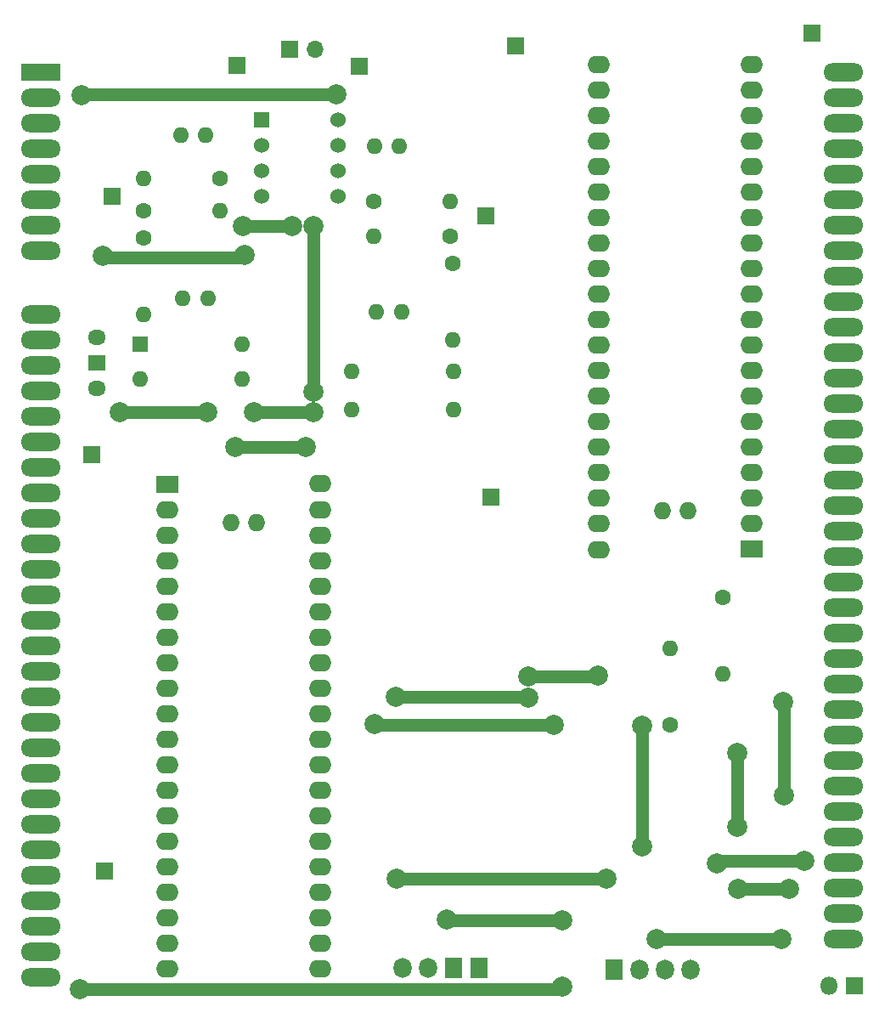
<source format=gbr>
%TF.GenerationSoftware,KiCad,Pcbnew,7.0.5-7.0.5~ubuntu20.04.1*%
%TF.CreationDate,2023-08-07T15:30:37-03:00*%
%TF.ProjectId,condicionamento_BIA_v02,636f6e64-6963-4696-9f6e-616d656e746f,v01*%
%TF.SameCoordinates,Original*%
%TF.FileFunction,Copper,L1,Top*%
%TF.FilePolarity,Positive*%
%FSLAX46Y46*%
G04 Gerber Fmt 4.6, Leading zero omitted, Abs format (unit mm)*
G04 Created by KiCad (PCBNEW 7.0.5-7.0.5~ubuntu20.04.1) date 2023-08-07 15:30:37*
%MOMM*%
%LPD*%
G01*
G04 APERTURE LIST*
%TA.AperFunction,ComponentPad*%
%ADD10R,1.800000X2.000000*%
%TD*%
%TA.AperFunction,ComponentPad*%
%ADD11O,1.800000X2.000000*%
%TD*%
%TA.AperFunction,ComponentPad*%
%ADD12R,1.700000X1.700000*%
%TD*%
%TA.AperFunction,ComponentPad*%
%ADD13O,1.600000X1.600000*%
%TD*%
%TA.AperFunction,ComponentPad*%
%ADD14C,1.600000*%
%TD*%
%TA.AperFunction,ComponentPad*%
%ADD15O,4.000000X1.800000*%
%TD*%
%TA.AperFunction,ComponentPad*%
%ADD16R,2.250000X1.727200*%
%TD*%
%TA.AperFunction,ComponentPad*%
%ADD17O,2.250000X1.727200*%
%TD*%
%TA.AperFunction,ComponentPad*%
%ADD18O,1.727200X1.727200*%
%TD*%
%TA.AperFunction,ComponentPad*%
%ADD19R,1.800000X1.800000*%
%TD*%
%TA.AperFunction,ComponentPad*%
%ADD20O,1.800000X1.800000*%
%TD*%
%TA.AperFunction,ComponentPad*%
%ADD21R,1.600000X1.600000*%
%TD*%
%TA.AperFunction,ComponentPad*%
%ADD22O,1.700000X1.700000*%
%TD*%
%TA.AperFunction,ComponentPad*%
%ADD23R,4.000000X1.800000*%
%TD*%
%TA.AperFunction,ComponentPad*%
%ADD24R,1.524000X1.524000*%
%TD*%
%TA.AperFunction,ComponentPad*%
%ADD25C,1.524000*%
%TD*%
%TA.AperFunction,ComponentPad*%
%ADD26O,1.800000X1.500000*%
%TD*%
%TA.AperFunction,ComponentPad*%
%ADD27R,1.800000X1.500000*%
%TD*%
%TA.AperFunction,ViaPad*%
%ADD28C,2.000000*%
%TD*%
%TA.AperFunction,Conductor*%
%ADD29C,1.270000*%
%TD*%
G04 APERTURE END LIST*
D10*
%TO.P,OLED,1,GND*%
%TO.N,Earth*%
X163780000Y-146600000D03*
D11*
%TO.P,OLED,2,VCC*%
%TO.N,+5V*%
X166320000Y-146600000D03*
%TO.P,OLED,3,SCL*%
%TO.N,SCL1*%
X168860000Y-146600000D03*
%TO.P,OLED,4,SDA*%
%TO.N,SDA1*%
X171400000Y-146600000D03*
%TD*%
D10*
%TO.P,J5,1,Pin_1*%
%TO.N,AmpI1*%
X150320000Y-146400000D03*
%TO.P,J5,2,Pin_2*%
X147780000Y-146400000D03*
D11*
%TO.P,J5,3,Pin_3*%
%TO.N,Amp_E2*%
X145240000Y-146400000D03*
%TO.P,J5,4,Pin_4*%
%TO.N,Amp_E1*%
X142700000Y-146400000D03*
%TD*%
D12*
%TO.P,J12,1,Pin_1*%
%TO.N,Amp_E1*%
X111750000Y-95250000D03*
%TD*%
D13*
%TO.P,C1,1*%
%TO.N,n\u00F32*%
X120600000Y-63400000D03*
%TO.P,C1,2*%
%TO.N,n\u00F31*%
X123100000Y-63400000D03*
%TD*%
%TO.P,D3,1,K*%
%TO.N,Vref*%
X137590000Y-90750000D03*
%TO.P,D3,2,A*%
%TO.N,Amp_E2*%
X147750000Y-90750000D03*
%TD*%
D12*
%TO.P,J15,1,Pin_1*%
%TO.N,AmpI1*%
X113000000Y-136750000D03*
%TD*%
%TO.P,J13,1,Pin_1*%
%TO.N,Amp_E2*%
X151500000Y-99500000D03*
%TD*%
D14*
%TO.P,R4,1*%
%TO.N,Vref*%
X139860000Y-70000000D03*
D13*
%TO.P,R4,2*%
%TO.N,n\u00F34*%
X147480000Y-70000000D03*
%TD*%
D15*
%TO.P,J4,1,Pin_1*%
%TO.N,SINC*%
X186690000Y-57150000D03*
%TO.P,J4,2,Pin_2*%
%TO.N,SPI_COPI*%
X186690000Y-59690000D03*
%TO.P,J4,3,Pin_3*%
%TO.N,SPI_CIPO*%
X186690000Y-62230000D03*
%TO.P,J4,4,Pin_4*%
%TO.N,SPI_clk*%
X186690000Y-64770000D03*
%TO.P,J4,5,Pin_5*%
%TO.N,CS (AD9833)*%
X186690000Y-67310000D03*
%TO.P,J4,6,Pin_6*%
%TO.N,CS (X9c10x)*%
X186690000Y-69850000D03*
%TO.P,J4,7,Pin_7*%
%TO.N,unconnected-(J4-Pin_7-Pad7)*%
X186690000Y-72390000D03*
%TO.P,J4,8,Pin_8*%
%TO.N,unconnected-(J4-Pin_8-Pad8)*%
X186690000Y-74930000D03*
%TO.P,J4,9,Pin_9*%
%TO.N,unconnected-(J4-Pin_9-Pad9)*%
X186690000Y-77470000D03*
%TO.P,J4,10,Pin_10*%
%TO.N,unconnected-(J4-Pin_10-Pad10)*%
X186690000Y-80010000D03*
%TO.P,J4,11,Pin_11*%
%TO.N,unconnected-(J4-Pin_11-Pad11)*%
X186690000Y-82550000D03*
%TO.P,J4,12,Pin_12*%
%TO.N,unconnected-(J4-Pin_12-Pad12)*%
X186690000Y-85090000D03*
%TO.P,J4,13,Pin_13*%
%TO.N,unconnected-(J4-Pin_13-Pad13)*%
X186690000Y-87630000D03*
%TO.P,J4,14,Pin_14*%
%TO.N,unconnected-(J4-Pin_14-Pad14)*%
X186690000Y-90170000D03*
%TO.P,J4,15,Pin_15*%
%TO.N,unconnected-(J4-Pin_15-Pad15)*%
X186690000Y-92710000D03*
%TO.P,J4,16,Pin_16*%
%TO.N,unconnected-(J4-Pin_16-Pad16)*%
X186690000Y-95250000D03*
%TO.P,J4,17,Pin_17*%
%TO.N,unconnected-(J4-Pin_17-Pad17)*%
X186690000Y-97790000D03*
%TO.P,J4,18,Pin_18*%
%TO.N,unconnected-(J4-Pin_18-Pad18)*%
X186690000Y-100330000D03*
%TO.P,J4,19,Pin_19*%
%TO.N,unconnected-(J4-Pin_19-Pad19)*%
X186690000Y-102870000D03*
%TO.P,J4,20,Pin_20*%
%TO.N,unconnected-(J4-Pin_20-Pad20)*%
X186690000Y-105410000D03*
%TO.P,J4,21,Pin_21*%
%TO.N,unconnected-(J4-Pin_21-Pad21)*%
X186690000Y-107950000D03*
%TO.P,J4,22,Pin_22*%
%TO.N,unconnected-(J4-Pin_22-Pad22)*%
X186690000Y-110490000D03*
%TO.P,J4,23,Pin_23*%
%TO.N,unconnected-(J4-Pin_23-Pad23)*%
X186690000Y-113030000D03*
%TO.P,J4,24,Pin_24*%
%TO.N,unconnected-(J4-Pin_24-Pad24)*%
X186690000Y-115570000D03*
%TO.P,J4,25,Pin_25*%
%TO.N,unconnected-(J4-Pin_25-Pad25)*%
X186690000Y-118110000D03*
%TO.P,J4,26,Pin_26*%
%TO.N,unconnected-(J4-Pin_26-Pad26)*%
X186690000Y-120650000D03*
%TO.P,J4,27,Pin_27*%
%TO.N,unconnected-(J4-Pin_27-Pad27)*%
X186690000Y-123190000D03*
%TO.P,J4,28,Pin_28*%
%TO.N,unconnected-(J4-Pin_28-Pad28)*%
X186690000Y-125730000D03*
%TO.P,J4,29,Pin_29*%
%TO.N,unconnected-(J4-Pin_29-Pad29)*%
X186690000Y-128270000D03*
%TO.P,J4,30,Pin_30*%
%TO.N,SCL3*%
X186690000Y-130810000D03*
%TO.P,J4,31,Pin_31*%
%TO.N,SDA3*%
X186690000Y-133350000D03*
%TO.P,J4,32,Pin_32*%
%TO.N,SCL2*%
X186690000Y-135890000D03*
%TO.P,J4,33,Pin_33*%
%TO.N,SDA2*%
X186690000Y-138430000D03*
%TO.P,J4,34,Pin_34*%
%TO.N,SCL1*%
X186690000Y-140970000D03*
%TO.P,J4,35,Pin_35*%
%TO.N,SDA1*%
X186690000Y-143510000D03*
%TD*%
D16*
%TO.P,U2,1,VBAT*%
%TO.N,unconnected-(U2-VBAT-Pad1)*%
X177490000Y-104700000D03*
D17*
%TO.P,U2,2,PC13_LED*%
%TO.N,unconnected-(U2-PC13_LED-Pad2)*%
X177490000Y-102160000D03*
%TO.P,U2,3,PC14*%
%TO.N,unconnected-(U2-PC14-Pad3)*%
X177490000Y-99620000D03*
%TO.P,U2,4,PC15*%
%TO.N,unconnected-(U2-PC15-Pad4)*%
X177490000Y-97080000D03*
%TO.P,U2,5,PA0*%
%TO.N,unconnected-(U2-PA0-Pad5)*%
X177490000Y-94540000D03*
%TO.P,U2,6,PA1*%
%TO.N,unconnected-(U2-PA1-Pad6)*%
X177490000Y-92000000D03*
%TO.P,U2,7,PA2_TX2*%
%TO.N,unconnected-(U2-PA2_TX2-Pad7)*%
X177490000Y-89460000D03*
%TO.P,U2,8,PA3_RX2*%
%TO.N,unconnected-(U2-PA3_RX2-Pad8)*%
X177490000Y-86920000D03*
%TO.P,U2,9,PA4*%
%TO.N,unconnected-(U2-PA4-Pad9)*%
X177490000Y-84380000D03*
%TO.P,U2,10,PA5_SCK1*%
%TO.N,unconnected-(U2-PA5_SCK1-Pad10)*%
X177490000Y-81840000D03*
%TO.P,U2,11,PA6_MISO1*%
%TO.N,unconnected-(U2-PA6_MISO1-Pad11)*%
X177490000Y-79300000D03*
%TO.P,U2,12,PA7_MOSI1*%
%TO.N,unconnected-(U2-PA7_MOSI1-Pad12)*%
X177490000Y-76760000D03*
%TO.P,U2,13,PB0*%
%TO.N,AmpI1*%
X177490000Y-74220000D03*
%TO.P,U2,14,PB1*%
%TO.N,Amp_E2*%
X177490000Y-71680000D03*
%TO.P,U2,15,PB10_SCL2*%
%TO.N,unconnected-(U2-PB10_SCL2-Pad15)*%
X177490000Y-69140000D03*
%TO.P,U2,16,PB11_SDA2*%
%TO.N,unconnected-(U2-PB11_SDA2-Pad16)*%
X177490000Y-66600000D03*
%TO.P,U2,17,NRST*%
%TO.N,unconnected-(U2-NRST-Pad17)*%
X177490000Y-64060000D03*
%TO.P,U2,18,VCC3V3*%
%TO.N,unconnected-(U2-VCC3V3-Pad18)*%
X177490000Y-61520000D03*
%TO.P,U2,19,GND*%
%TO.N,unconnected-(U2-GND-Pad19)*%
X177490000Y-58980000D03*
%TO.P,U2,20,GND*%
%TO.N,Earth*%
X177490000Y-56440000D03*
%TO.P,U2,21,PB12*%
%TO.N,unconnected-(U2-PB12-Pad21)*%
X162250000Y-56440000D03*
%TO.P,U2,22,PB13_SCK2*%
%TO.N,unconnected-(U2-PB13_SCK2-Pad22)*%
X162250000Y-58980000D03*
%TO.P,U2,23,PB14_MISO2*%
%TO.N,unconnected-(U2-PB14_MISO2-Pad23)*%
X162250000Y-61520000D03*
%TO.P,U2,24,PB15_MOSI2*%
%TO.N,unconnected-(U2-PB15_MOSI2-Pad24)*%
X162250000Y-64060000D03*
%TO.P,U2,25,PA8*%
%TO.N,unconnected-(U2-PA8-Pad25)*%
X162250000Y-66600000D03*
%TO.P,U2,26,PA9_TX1*%
%TO.N,unconnected-(U2-PA9_TX1-Pad26)*%
X162250000Y-69140000D03*
%TO.P,U2,27,PA10_RX1*%
%TO.N,unconnected-(U2-PA10_RX1-Pad27)*%
X162250000Y-71680000D03*
%TO.P,U2,28,PA11_USB_D-*%
%TO.N,unconnected-(U2-PA11_USB_D--Pad28)*%
X162250000Y-74220000D03*
%TO.P,U2,29,PA12_USBD+*%
%TO.N,unconnected-(U2-PA12_USBD+-Pad29)*%
X162250000Y-76760000D03*
%TO.P,U2,30,PA15*%
%TO.N,unconnected-(U2-PA15-Pad30)*%
X162250000Y-79300000D03*
%TO.P,U2,31,PB3*%
%TO.N,unconnected-(U2-PB3-Pad31)*%
X162250000Y-81840000D03*
%TO.P,U2,32,PB4*%
%TO.N,unconnected-(U2-PB4-Pad32)*%
X162250000Y-84380000D03*
%TO.P,U2,33,PB5*%
%TO.N,unconnected-(U2-PB5-Pad33)*%
X162250000Y-86920000D03*
%TO.P,U2,34,PB6_SCL1*%
%TO.N,SCL1*%
X162250000Y-89460000D03*
%TO.P,U2,35,PB7_SDA1*%
%TO.N,SDA1*%
X162250000Y-92000000D03*
%TO.P,U2,36,PB8*%
%TO.N,unconnected-(U2-PB8-Pad36)*%
X162250000Y-94540000D03*
%TO.P,U2,37,PB9*%
%TO.N,unconnected-(U2-PB9-Pad37)*%
X162250000Y-97080000D03*
%TO.P,U2,38,5V_USB*%
%TO.N,+5V*%
X162250000Y-99620000D03*
%TO.P,U2,39,GND*%
%TO.N,unconnected-(U2-GND-Pad39)*%
X162250000Y-102160000D03*
%TO.P,U2,40,VCC3V3*%
%TO.N,unconnected-(U2-VCC3V3-Pad40)*%
X162250000Y-104750800D03*
D18*
%TO.P,U2,41,PA14_SWCLK*%
%TO.N,unconnected-(U2-PA14_SWCLK-Pad41)*%
X168590000Y-100890000D03*
%TO.P,U2,42,PA13_SWDIO*%
%TO.N,unconnected-(U2-PA13_SWDIO-Pad42)*%
X171130000Y-100890000D03*
%TD*%
D12*
%TO.P,J17,1,Pin_1*%
%TO.N,AmpI1*%
X183500000Y-53250000D03*
%TD*%
%TO.P,J11,1,Pin_1*%
%TO.N,n\u00F34*%
X151000000Y-71500000D03*
%TD*%
D14*
%TO.P,R2,1*%
%TO.N,n\u00F32*%
X116920000Y-71000000D03*
D13*
%TO.P,R2,2*%
%TO.N,Earth*%
X124540000Y-71000000D03*
%TD*%
D12*
%TO.P,J8,1,Pin_1*%
%TO.N,n\u00F32*%
X113750000Y-69500000D03*
%TD*%
D13*
%TO.P,D4,1,K*%
%TO.N,Amp_E2*%
X147750000Y-87000000D03*
%TO.P,D4,2,A*%
%TO.N,Earth*%
X137590000Y-87000000D03*
%TD*%
%TO.P,C4,1*%
%TO.N,Amp_E2*%
X142625112Y-81000000D03*
%TO.P,C4,2*%
%TO.N,Earth*%
X140125112Y-81000000D03*
%TD*%
D19*
%TO.P,J6,1,Pin_1*%
%TO.N,Net-(J6-Pin_1)*%
X187740000Y-148200000D03*
D20*
%TO.P,J6,2,Pin_2*%
%TO.N,+5V*%
X185200000Y-148200000D03*
%TD*%
D21*
%TO.P,D2,1,K*%
%TO.N,Amp_E1*%
X116590000Y-84250000D03*
D13*
%TO.P,D2,2,A*%
%TO.N,Earth*%
X126750000Y-84250000D03*
%TD*%
%TO.P,C3,1*%
%TO.N,n\u00F34*%
X142375113Y-64500000D03*
%TO.P,C3,2*%
%TO.N,n\u00F33*%
X139875113Y-64500000D03*
%TD*%
D12*
%TO.P,J7,1,Pin_1*%
%TO.N,E1*%
X131460000Y-54875000D03*
D22*
%TO.P,J7,2,Pin_2*%
%TO.N,E2*%
X134000000Y-54875000D03*
%TD*%
D23*
%TO.P,J2,1,Pin_1*%
%TO.N,Earth*%
X106680000Y-57150000D03*
D15*
%TO.P,J2,2,Pin_2*%
%TO.N,VCC*%
X106680000Y-59690000D03*
%TO.P,J2,3,Pin_3*%
%TO.N,VEE*%
X106680000Y-62230000D03*
%TO.P,J2,4,Pin_4*%
%TO.N,+9V*%
X106680000Y-64770000D03*
%TO.P,J2,5,Pin_5*%
%TO.N,-9V*%
X106680000Y-67310000D03*
%TO.P,J2,6,Pin_6*%
%TO.N,+5V*%
X106680000Y-69850000D03*
%TO.P,J2,7,Pin_7*%
%TO.N,-5V*%
X106680000Y-72390000D03*
%TO.P,J2,8,Pin_8*%
%TO.N,+3.3V*%
X106680000Y-74930000D03*
%TD*%
%TO.P,J3,1,Pin_1*%
%TO.N,unconnected-(J3-Pin_1-Pad1)*%
X106680000Y-81280000D03*
%TO.P,J3,2,Pin_2*%
%TO.N,unconnected-(J3-Pin_2-Pad2)*%
X106680000Y-83820000D03*
%TO.P,J3,3,Pin_3*%
%TO.N,unconnected-(J3-Pin_3-Pad3)*%
X106680000Y-86360000D03*
%TO.P,J3,4,Pin_4*%
%TO.N,unconnected-(J3-Pin_4-Pad4)*%
X106680000Y-88900000D03*
%TO.P,J3,5,Pin_5*%
%TO.N,unconnected-(J3-Pin_5-Pad5)*%
X106680000Y-91440000D03*
%TO.P,J3,6,Pin_6*%
%TO.N,unconnected-(J3-Pin_6-Pad6)*%
X106680000Y-93980000D03*
%TO.P,J3,7,Pin_7*%
%TO.N,unconnected-(J3-Pin_7-Pad7)*%
X106680000Y-96520000D03*
%TO.P,J3,8,Pin_8*%
%TO.N,unconnected-(J3-Pin_8-Pad8)*%
X106680000Y-99060000D03*
%TO.P,J3,9,Pin_9*%
%TO.N,unconnected-(J3-Pin_9-Pad9)*%
X106680000Y-101600000D03*
%TO.P,J3,10,Pin_10*%
%TO.N,unconnected-(J3-Pin_10-Pad10)*%
X106680000Y-104140000D03*
%TO.P,J3,11,Pin_11*%
%TO.N,unconnected-(J3-Pin_11-Pad11)*%
X106680000Y-106680000D03*
%TO.P,J3,12,Pin_12*%
%TO.N,unconnected-(J3-Pin_12-Pad12)*%
X106680000Y-109220000D03*
%TO.P,J3,13,Pin_13*%
%TO.N,unconnected-(J3-Pin_13-Pad13)*%
X106680000Y-111760000D03*
%TO.P,J3,14,Pin_14*%
%TO.N,unconnected-(J3-Pin_14-Pad14)*%
X106680000Y-114300000D03*
%TO.P,J3,15,Pin_15*%
%TO.N,unconnected-(J3-Pin_15-Pad15)*%
X106680000Y-116840000D03*
%TO.P,J3,16,Pin_16*%
%TO.N,unconnected-(J3-Pin_16-Pad16)*%
X106680000Y-119380000D03*
%TO.P,J3,17,Pin_17*%
%TO.N,unconnected-(J3-Pin_17-Pad17)*%
X106680000Y-121920000D03*
%TO.P,J3,18,Pin_18*%
%TO.N,unconnected-(J3-Pin_18-Pad18)*%
X106680000Y-124460000D03*
%TO.P,J3,19,Pin_19*%
%TO.N,unconnected-(J3-Pin_19-Pad19)*%
X106680000Y-127000000D03*
%TO.P,J3,20,Pin_20*%
%TO.N,I1*%
X106680000Y-129540000D03*
%TO.P,J3,21,Pin_21*%
%TO.N,I2*%
X106680000Y-132080000D03*
%TO.P,J3,22,Pin_22*%
%TO.N,AmpI1*%
X106680000Y-134620000D03*
%TO.P,J3,23,Pin_23*%
%TO.N,AmpI2*%
X106680000Y-137160000D03*
%TO.P,J3,24,Pin_24*%
%TO.N,Sin1*%
X106680000Y-139700000D03*
%TO.P,J3,25,Pin_25*%
%TO.N,Sin2*%
X106680000Y-142240000D03*
%TO.P,J3,26,Pin_26*%
%TO.N,SinA*%
X106680000Y-144780000D03*
%TO.P,J3,27,Pin_27*%
%TO.N,SinB*%
X106680000Y-147320000D03*
%TD*%
D12*
%TO.P,J10,1,Pin_1*%
%TO.N,n\u00F33*%
X138400000Y-56600000D03*
%TD*%
D14*
%TO.P,R3,1*%
%TO.N,n\u00F32*%
X116920000Y-73690000D03*
D13*
%TO.P,R3,2*%
%TO.N,Amp_E1*%
X116920000Y-81310000D03*
%TD*%
D24*
%TO.P,U1,1,OUT1*%
%TO.N,n\u00F31*%
X128670000Y-61880000D03*
D25*
%TO.P,U1,2,-IN1*%
X128670000Y-64420000D03*
%TO.P,U1,3,+IN1*%
%TO.N,E1*%
X128670000Y-66960000D03*
%TO.P,U1,4,V-*%
%TO.N,-9V*%
X128670000Y-69500000D03*
%TO.P,U1,5,+IN2*%
%TO.N,E2*%
X136290000Y-69500000D03*
%TO.P,U1,6,-IN2*%
%TO.N,n\u00F33*%
X136290000Y-66960000D03*
%TO.P,U1,7,OUT2*%
X136290000Y-64420000D03*
%TO.P,U1,8,V+*%
%TO.N,+9V*%
X136290000Y-61880000D03*
%TD*%
D12*
%TO.P,J9,1,Pin_1*%
%TO.N,n\u00F31*%
X126170000Y-56500000D03*
%TD*%
D13*
%TO.P,D1,1,K*%
%TO.N,Vref*%
X126750000Y-87750000D03*
%TO.P,D1,2,A*%
%TO.N,Amp_E1*%
X116590000Y-87750000D03*
%TD*%
D14*
%TO.P,R8,1*%
%TO.N,SCL1*%
X169400000Y-122210000D03*
D13*
%TO.P,R8,2*%
%TO.N,+5V*%
X169400000Y-114590000D03*
%TD*%
D14*
%TO.P,R6,1*%
%TO.N,n\u00F34*%
X147670000Y-76190000D03*
D13*
%TO.P,R6,2*%
%TO.N,Amp_E2*%
X147670000Y-83810000D03*
%TD*%
D26*
%TO.P,3.3V | 5.0V,1,Pin_1*%
%TO.N,+3.3V*%
X112250000Y-88680000D03*
D27*
%TO.P,3.3V | 5.0V,2,Pin_2*%
%TO.N,Vref*%
X112250000Y-86140000D03*
D26*
%TO.P,3.3V | 5.0V,3,Pin_3*%
%TO.N,+5V*%
X112250000Y-83600000D03*
%TD*%
D14*
%TO.P,R1,1*%
%TO.N,Vref*%
X124480000Y-67750000D03*
D13*
%TO.P,R1,2*%
%TO.N,n\u00F32*%
X116860000Y-67750000D03*
%TD*%
D14*
%TO.P,R7,1*%
%TO.N,SDA1*%
X174600000Y-109500000D03*
D13*
%TO.P,R7,2*%
%TO.N,+5V*%
X174600000Y-117120000D03*
%TD*%
D14*
%TO.P,R5,1*%
%TO.N,n\u00F34*%
X147480000Y-73500000D03*
D13*
%TO.P,R5,2*%
%TO.N,Earth*%
X139860000Y-73500000D03*
%TD*%
D12*
%TO.P,J16,1,Pin_1*%
%TO.N,Amp_E2*%
X154000000Y-54500000D03*
%TD*%
D16*
%TO.P,U3,1,VBAT*%
%TO.N,unconnected-(U3-VBAT-Pad1)*%
X119260000Y-98230000D03*
D17*
%TO.P,U3,2,PC13_LED*%
%TO.N,unconnected-(U3-PC13_LED-Pad2)*%
X119260000Y-100770000D03*
%TO.P,U3,3,PC14*%
%TO.N,unconnected-(U3-PC14-Pad3)*%
X119260000Y-103310000D03*
%TO.P,U3,4,PC15*%
%TO.N,unconnected-(U3-PC15-Pad4)*%
X119260000Y-105850000D03*
%TO.P,U3,5,PA0*%
%TO.N,unconnected-(U3-PA0-Pad5)*%
X119260000Y-108390000D03*
%TO.P,U3,6,PA1*%
%TO.N,unconnected-(U3-PA1-Pad6)*%
X119260000Y-110930000D03*
%TO.P,U3,7,PA2_TX2*%
%TO.N,unconnected-(U3-PA2_TX2-Pad7)*%
X119260000Y-113470000D03*
%TO.P,U3,8,PA3_RX2*%
%TO.N,unconnected-(U3-PA3_RX2-Pad8)*%
X119260000Y-116010000D03*
%TO.P,U3,9,PA4*%
%TO.N,unconnected-(U3-PA4-Pad9)*%
X119260000Y-118550000D03*
%TO.P,U3,10,PA5_SCK1*%
%TO.N,unconnected-(U3-PA5_SCK1-Pad10)*%
X119260000Y-121090000D03*
%TO.P,U3,11,PA6_MISO1*%
%TO.N,unconnected-(U3-PA6_MISO1-Pad11)*%
X119260000Y-123630000D03*
%TO.P,U3,12,PA7_MOSI1*%
%TO.N,unconnected-(U3-PA7_MOSI1-Pad12)*%
X119260000Y-126170000D03*
%TO.P,U3,13,PB0*%
%TO.N,AmpI1*%
X119260000Y-128710000D03*
%TO.P,U3,14,PB1*%
%TO.N,Amp_E1*%
X119260000Y-131250000D03*
%TO.P,U3,15,PB10_SCL2*%
%TO.N,unconnected-(U3-PB10_SCL2-Pad15)*%
X119260000Y-133790000D03*
%TO.P,U3,16,PB11_SDA2*%
%TO.N,unconnected-(U3-PB11_SDA2-Pad16)*%
X119260000Y-136330000D03*
%TO.P,U3,17,NRST*%
%TO.N,unconnected-(U3-NRST-Pad17)*%
X119260000Y-138870000D03*
%TO.P,U3,18,VCC3V3*%
%TO.N,unconnected-(U3-VCC3V3-Pad18)*%
X119260000Y-141410000D03*
%TO.P,U3,19,GND*%
%TO.N,unconnected-(U3-GND-Pad19)*%
X119260000Y-143950000D03*
%TO.P,U3,20,GND*%
%TO.N,Earth*%
X119260000Y-146490000D03*
%TO.P,U3,21,PB12*%
%TO.N,unconnected-(U3-PB12-Pad21)*%
X134500000Y-146490000D03*
%TO.P,U3,22,PB13_SCK2*%
%TO.N,unconnected-(U3-PB13_SCK2-Pad22)*%
X134500000Y-143950000D03*
%TO.P,U3,23,PB14_MISO2*%
%TO.N,unconnected-(U3-PB14_MISO2-Pad23)*%
X134500000Y-141410000D03*
%TO.P,U3,24,PB15_MOSI2*%
%TO.N,unconnected-(U3-PB15_MOSI2-Pad24)*%
X134500000Y-138870000D03*
%TO.P,U3,25,PA8*%
%TO.N,unconnected-(U3-PA8-Pad25)*%
X134500000Y-136330000D03*
%TO.P,U3,26,PA9_TX1*%
%TO.N,unconnected-(U3-PA9_TX1-Pad26)*%
X134500000Y-133790000D03*
%TO.P,U3,27,PA10_RX1*%
%TO.N,unconnected-(U3-PA10_RX1-Pad27)*%
X134500000Y-131250000D03*
%TO.P,U3,28,PA11_USB_D-*%
%TO.N,unconnected-(U3-PA11_USB_D--Pad28)*%
X134500000Y-128710000D03*
%TO.P,U3,29,PA12_USBD+*%
%TO.N,unconnected-(U3-PA12_USBD+-Pad29)*%
X134500000Y-126170000D03*
%TO.P,U3,30,PA15*%
%TO.N,unconnected-(U3-PA15-Pad30)*%
X134500000Y-123630000D03*
%TO.P,U3,31,PB3*%
%TO.N,unconnected-(U3-PB3-Pad31)*%
X134500000Y-121090000D03*
%TO.P,U3,32,PB4*%
%TO.N,unconnected-(U3-PB4-Pad32)*%
X134500000Y-118550000D03*
%TO.P,U3,33,PB5*%
%TO.N,unconnected-(U3-PB5-Pad33)*%
X134500000Y-116010000D03*
%TO.P,U3,34,PB6_SCL1*%
%TO.N,SCL1*%
X134500000Y-113470000D03*
%TO.P,U3,35,PB7_SDA1*%
%TO.N,SDA1*%
X134500000Y-110930000D03*
%TO.P,U3,36,PB8*%
%TO.N,unconnected-(U3-PB8-Pad36)*%
X134500000Y-108390000D03*
%TO.P,U3,37,PB9*%
%TO.N,unconnected-(U3-PB9-Pad37)*%
X134500000Y-105850000D03*
%TO.P,U3,38,5V_USB*%
%TO.N,Net-(J6-Pin_1)*%
X134500000Y-103310000D03*
%TO.P,U3,39,GND*%
%TO.N,unconnected-(U3-GND-Pad39)*%
X134500000Y-100770000D03*
%TO.P,U3,40,VCC3V3*%
%TO.N,unconnected-(U3-VCC3V3-Pad40)*%
X134500000Y-98179200D03*
D18*
%TO.P,U3,41,PA14_SWCLK*%
%TO.N,unconnected-(U3-PA14_SWCLK-Pad41)*%
X128160000Y-102040000D03*
%TO.P,U3,42,PA13_SWDIO*%
%TO.N,unconnected-(U3-PA13_SWDIO-Pad42)*%
X125620000Y-102040000D03*
%TD*%
D13*
%TO.P,C2,1*%
%TO.N,Amp_E1*%
X120800000Y-79700000D03*
%TO.P,C2,2*%
%TO.N,Earth*%
X123300000Y-79700000D03*
%TD*%
D28*
%TO.N,+9V*%
X110665500Y-59459320D03*
X136134500Y-59400000D03*
%TO.N,-9V*%
X127000000Y-75400000D03*
X112849101Y-75450899D03*
%TO.N,+5V*%
X110540680Y-148559320D03*
X180700000Y-129200000D03*
X180665500Y-119900000D03*
X158600000Y-148300000D03*
%TO.N,Earth*%
X158600000Y-141700000D03*
X147100000Y-141600000D03*
%TO.N,Amp_E1*%
X133100000Y-94500000D03*
X126000000Y-94500000D03*
%TO.N,SCL1*%
X166600000Y-134300000D03*
X174000000Y-136000000D03*
X157744500Y-122210000D03*
X182750000Y-135750000D03*
X166600000Y-122300000D03*
X139900000Y-122100000D03*
%TO.N,SDA1*%
X155200000Y-117400000D03*
X176100000Y-125000000D03*
X181250000Y-138500000D03*
X176134500Y-138500000D03*
X176100000Y-132365500D03*
X142035000Y-119400000D03*
X162200000Y-117300000D03*
X155200000Y-119500000D03*
%TO.N,Vref*%
X123250000Y-91000000D03*
X133800000Y-91000000D03*
X126800000Y-72500000D03*
X127900000Y-91000000D03*
X114500000Y-91000000D03*
X131700000Y-72500000D03*
X133800000Y-72500000D03*
X133800000Y-89000000D03*
%TO.N,Net-(J6-Pin_1)*%
X168000000Y-143500000D03*
X180434500Y-143500000D03*
X163000000Y-137500000D03*
X142100000Y-137500000D03*
%TD*%
D29*
%TO.N,+9V*%
X110665500Y-59459320D02*
X110724820Y-59400000D01*
X110724820Y-59400000D02*
X136134500Y-59400000D01*
%TO.N,-9V*%
X113023202Y-75625000D02*
X112849101Y-75450899D01*
X127000000Y-75400000D02*
X126775000Y-75625000D01*
X126775000Y-75625000D02*
X113023202Y-75625000D01*
%TO.N,+5V*%
X180700000Y-129200000D02*
X180700000Y-119900000D01*
X158600000Y-148300000D02*
X158340680Y-148559320D01*
X158340680Y-148559320D02*
X110540680Y-148559320D01*
X180700000Y-119900000D02*
X180665500Y-119900000D01*
%TO.N,Earth*%
X147200000Y-141700000D02*
X147100000Y-141600000D01*
X158600000Y-141700000D02*
X147200000Y-141700000D01*
%TO.N,Amp_E1*%
X133100000Y-94500000D02*
X126000000Y-94500000D01*
%TO.N,SCL1*%
X157744500Y-122210000D02*
X157734500Y-122200000D01*
X140000000Y-122200000D02*
X139900000Y-122100000D01*
X174250000Y-135750000D02*
X182750000Y-135750000D01*
X157734500Y-122200000D02*
X140000000Y-122200000D01*
X174000000Y-136000000D02*
X174250000Y-135750000D01*
X166600000Y-134300000D02*
X166600000Y-122300000D01*
%TO.N,SDA1*%
X142035000Y-119400000D02*
X155100000Y-119400000D01*
X176134500Y-138500000D02*
X181250000Y-138500000D01*
X155100000Y-119400000D02*
X155200000Y-119500000D01*
X162100000Y-117400000D02*
X162200000Y-117300000D01*
X155200000Y-117400000D02*
X162100000Y-117400000D01*
X176100000Y-132365500D02*
X176100000Y-125000000D01*
%TO.N,Vref*%
X131700000Y-72500000D02*
X127452482Y-72500000D01*
X114500000Y-91000000D02*
X123250000Y-91000000D01*
X127900000Y-91000000D02*
X133800000Y-91000000D01*
X133800000Y-89000000D02*
X133800000Y-72500000D01*
%TO.N,Net-(J6-Pin_1)*%
X163000000Y-137500000D02*
X142100000Y-137500000D01*
X168000000Y-143500000D02*
X180434500Y-143500000D01*
%TD*%
M02*

</source>
